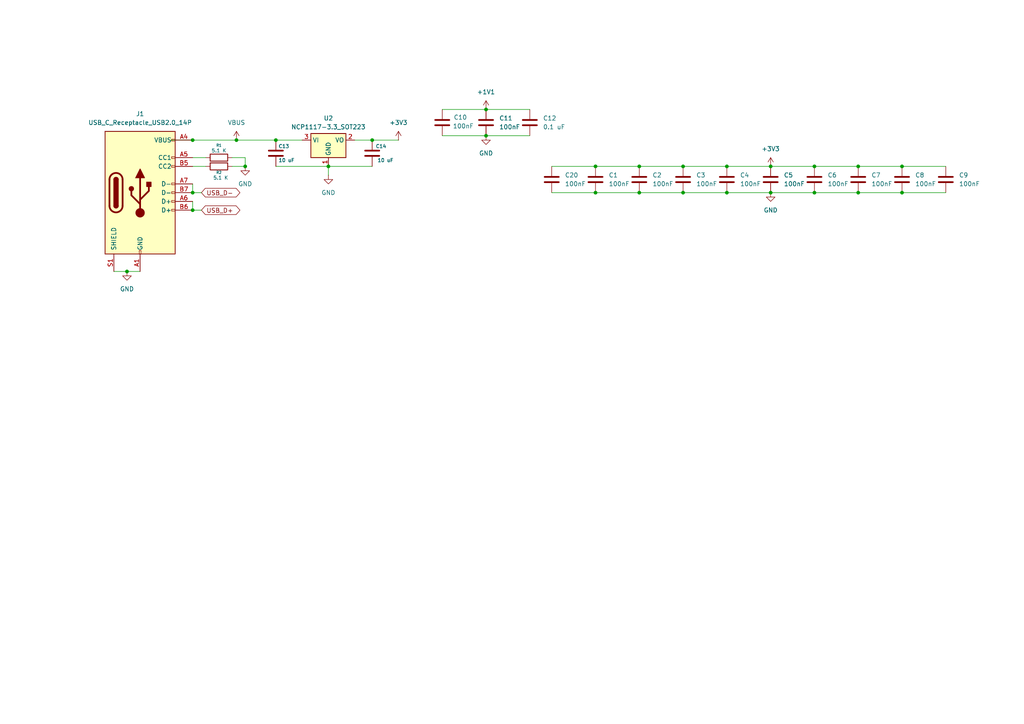
<source format=kicad_sch>
(kicad_sch (version 20250114) (generator "eeschema") (generator_version "9.0")
  (paper "A4")
  (lib_symbols
    (symbol "Connector:USB_C_Receptacle_USB2.0_14P" (pin_names (offset 1.016))
      (property "Reference" "J" (at 0 22.225 0))
      (property "Value" "USB_C_Receptacle_USB2.0_14P" (at 0 19.685 0))
      (symbol "USB_C_Receptacle_USB2.0_14P_0_0"
        (rectangle (start -0.254 -17.78) (end 0.254 -16.764))
        (rectangle (start 10.16 15.494) (end 9.144 14.986))
        (rectangle (start 10.16 10.414) (end 9.144 9.906))
        (rectangle (start 10.16 7.874) (end 9.144 7.366))
        (rectangle (start 10.16 2.794) (end 9.144 2.286))
        (rectangle (start 10.16 0.254) (end 9.144 -0.254))
        (rectangle (start 10.16 -2.286) (end 9.144 -2.794))
        (rectangle (start 10.16 -4.826) (end 9.144 -5.334))
      )
      (symbol "USB_C_Receptacle_USB2.0_14P_0_1"
        (rectangle (start -10.16 17.78) (end 10.16 -17.78) (stroke (width 0.254)) (fill (type background)))
        (polyline (pts (xy -8.89 -3.81) (xy -8.89 3.81)) (stroke (width 0.508)))
        (rectangle (start -7.62 -3.81) (end -6.35 3.81) (stroke (width 0.254)) (fill (type outline)))
        (arc (start -7.62 3.81) (mid -6.985 4.4423) (end -6.35 3.81) (stroke (width 0.254)))
        (arc (start -7.62 3.81) (mid -6.985 4.4423) (end -6.35 3.81) (stroke (width 0.254)) (fill (type outline)))
        (arc (start -8.89 3.81) (mid -6.985 5.7067) (end -5.08 3.81) (stroke (width 0.508)))
        (arc (start -5.08 -3.81) (mid -6.985 -5.7067) (end -8.89 -3.81) (stroke (width 0.508)))
        (arc (start -6.35 -3.81) (mid -6.985 -4.4423) (end -7.62 -3.81) (stroke (width 0.254)))
        (arc (start -6.35 -3.81) (mid -6.985 -4.4423) (end -7.62 -3.81) (stroke (width 0.254)) (fill (type outline)))
        (polyline (pts (xy -5.08 3.81) (xy -5.08 -3.81)) (stroke (width 0.508)))
        (circle (center -2.54 1.143) (radius 0.635) (stroke (width 0.254)) (fill (type outline)))
        (polyline (pts (xy -1.27 4.318) (xy 0 6.858) (xy 1.27 4.318) (xy -1.27 4.318)) (stroke (width 0.254)) (fill (type outline)))
        (polyline (pts (xy 0 -2.032) (xy 2.54 0.508) (xy 2.54 1.778)) (stroke (width 0.508)))
        (polyline (pts (xy 0 -3.302) (xy -2.54 -0.762) (xy -2.54 0.508)) (stroke (width 0.508)))
        (polyline (pts (xy 0 -5.842) (xy 0 4.318)) (stroke (width 0.508)))
        (circle (center 0 -5.842) (radius 1.27) (fill (type outline)))
        (rectangle (start 1.905 1.778) (end 3.175 3.048) (stroke (width 0.254)) (fill (type outline)))
      )
      (symbol "USB_C_Receptacle_USB2.0_14P_1_1"
        (pin passive line (at -7.62 -22.86 90) (length 5.08) (name "SHIELD") (number "S1"))
        (pin passive line (at 0 -22.86 90) (length 5.08) (name "GND") (number "A1"))
        (pin passive line (at 0 -22.86 90) (length 5.08) (hide yes) (name "GND") (number "A12"))
        (pin passive line (at 0 -22.86 90) (length 5.08) (hide yes) (name "GND") (number "B1"))
        (pin passive line (at 0 -22.86 90) (length 5.08) (hide yes) (name "GND") (number "B12"))
        (pin passive line (at 15.24 15.24 180) (length 5.08) (name "VBUS") (number "A4"))
        (pin passive line (at 15.24 15.24 180) (length 5.08) (hide yes) (name "VBUS") (number "A9"))
        (pin passive line (at 15.24 15.24 180) (length 5.08) (hide yes) (name "VBUS") (number "B4"))
        (pin passive line (at 15.24 15.24 180) (length 5.08) (hide yes) (name "VBUS") (number "B9"))
        (pin bidirectional line (at 15.24 10.16 180) (length 5.08) (name "CC1") (number "A5"))
        (pin bidirectional line (at 15.24 7.62 180) (length 5.08) (name "CC2") (number "B5"))
        (pin bidirectional line (at 15.24 2.54 180) (length 5.08) (name "D-") (number "A7"))
        (pin bidirectional line (at 15.24 0 180) (length 5.08) (name "D-") (number "B7"))
        (pin bidirectional line (at 15.24 -2.54 180) (length 5.08) (name "D+") (number "A6"))
        (pin bidirectional line (at 15.24 -5.08 180) (length 5.08) (name "D+") (number "B6"))
      )
    )
    (symbol "Device:C" (pin_numbers (hide yes)) (pin_names (offset 0.254))
      (property "Reference" "C" (at 0.635 2.54 0))
      (property "Value" "C" (at 0.635 -2.54 0))
      (symbol "C_0_1"
        (polyline (pts (xy -2.032 0.762) (xy 2.032 0.762)) (stroke (width 0.508)))
        (polyline (pts (xy -2.032 -0.762) (xy 2.032 -0.762)) (stroke (width 0.508)))
      )
      (symbol "C_1_1"
        (pin passive line (at 0 3.81 270) (length 2.794) (name "~") (number "1"))
        (pin passive line (at 0 -3.81 90) (length 2.794) (name "~") (number "2"))
      )
    )
    (symbol "Device:R" (pin_numbers (hide yes)) (pin_names (offset 0))
      (property "Reference" "R" (at 2.032 0 90))
      (property "Value" "R" (at 0 0 90))
      (symbol "R_0_1"
        (rectangle (start -1.016 -2.54) (end 1.016 2.54) (stroke (width 0.254)))
      )
      (symbol "R_1_1"
        (pin passive line (at 0 3.81 270) (length 1.27) (name "~") (number "1"))
        (pin passive line (at 0 -3.81 90) (length 1.27) (name "~") (number "2"))
      )
    )
    (symbol "Regulator_Linear:NCP1117-3.3_SOT223"
      (property "Reference" "U" (at -3.81 3.175 0))
      (property "Value" "NCP1117-3.3_SOT223" (at 0 3.175 0))
      (symbol "NCP1117-3.3_SOT223_0_1"
        (rectangle (start -5.08 -5.08) (end 5.08 1.905) (stroke (width 0.254)) (fill (type background)))
      )
      (symbol "NCP1117-3.3_SOT223_1_1"
        (pin power_in line (at -7.62 0 0) (length 2.54) (name "VI") (number "3"))
        (pin power_in line (at 0 -7.62 90) (length 2.54) (name "GND") (number "1"))
        (pin power_out line (at 7.62 0 180) (length 2.54) (name "VO") (number "2"))
      )
    )
    (symbol "power:+1V1" (power) (pin_numbers (hide yes)) (pin_names (offset 0) (hide yes))
      (property "Value" "+1V1" (at 0 3.556 0))
      (symbol "+1V1_0_1"
        (polyline (pts (xy -0.762 1.27) (xy 0 2.54)))
        (polyline (pts (xy 0 2.54) (xy 0.762 1.27)))
        (polyline (pts (xy 0 0) (xy 0 2.54)))
      )
      (symbol "+1V1_1_1"
        (pin power_in line (at 0 0 90) (length 0) (name "~") (number "1"))
      )
    )
    (symbol "power:+3V3" (power) (pin_numbers (hide yes)) (pin_names (offset 0) (hide yes))
      (property "Value" "+3V3" (at 0 3.556 0))
      (symbol "+3V3_0_1"
        (polyline (pts (xy -0.762 1.27) (xy 0 2.54)))
        (polyline (pts (xy 0 2.54) (xy 0.762 1.27)))
        (polyline (pts (xy 0 0) (xy 0 2.54)))
      )
      (symbol "+3V3_1_1"
        (pin power_in line (at 0 0 90) (length 0) (name "~") (number "1"))
      )
    )
    (symbol "power:GND" (power) (pin_numbers (hide yes)) (pin_names (offset 0) (hide yes))
      (property "Value" "GND" (at 0 -3.81 0))
      (symbol "GND_0_1"
        (polyline (pts (xy 0 0) (xy 0 -1.27) (xy 1.27 -1.27) (xy 0 -2.54) (xy -1.27 -1.27) (xy 0 -1.27)))
      )
      (symbol "GND_1_1"
        (pin power_in line (at 0 0 270) (length 0) (name "~") (number "1"))
      )
    )
    (symbol "power:VBUS" (power) (pin_numbers (hide yes)) (pin_names (offset 0) (hide yes))
      (property "Value" "VBUS" (at 0 3.556 0))
      (symbol "VBUS_0_1"
        (polyline (pts (xy -0.762 1.27) (xy 0 2.54)))
        (polyline (pts (xy 0 2.54) (xy 0.762 1.27)))
        (polyline (pts (xy 0 0) (xy 0 2.54)))
      )
      (symbol "VBUS_1_1"
        (pin power_in line (at 0 0 90) (length 0) (name "~") (number "1"))
      )
    )
  )
  (junction (at 140.97 31.75))
  (junction (at 248.92 55.88))
  (junction (at 210.82 55.88))
  (junction (at 261.62 48.26))
  (junction (at 68.58 40.64))
  (junction (at 55.88 60.96))
  (junction (at 71.12 48.26))
  (junction (at 55.88 40.64))
  (junction (at 140.97 39.37))
  (junction (at 223.52 55.88))
  (junction (at 198.12 55.88))
  (junction (at 261.62 55.88))
  (junction (at 55.88 55.88))
  (junction (at 210.82 48.26))
  (junction (at 236.22 55.88))
  (junction (at 172.72 55.88))
  (junction (at 236.22 48.26))
  (junction (at 172.72 48.26))
  (junction (at 95.25 48.26))
  (junction (at 80.01 40.64))
  (junction (at 248.92 48.26))
  (junction (at 107.95 40.64))
  (junction (at 185.42 48.26))
  (junction (at 185.42 55.88))
  (junction (at 198.12 48.26))
  (junction (at 36.83 78.74))
  (junction (at 223.52 48.26))
  (wire (pts (xy 55.88 48.26) (xy 59.69 48.26)))
  (wire (pts (xy 68.58 40.64) (xy 80.01 40.64)))
  (wire (pts (xy 67.31 48.26) (xy 71.12 48.26)))
  (wire (pts (xy 71.12 45.72) (xy 71.12 48.26)))
  (wire (pts (xy 261.62 48.26) (xy 274.32 48.26)))
  (wire (pts (xy 223.52 48.26) (xy 236.22 48.26)))
  (wire (pts (xy 236.22 55.88) (xy 248.92 55.88)))
  (wire (pts (xy 160.02 48.26) (xy 172.72 48.26)))
  (wire (pts (xy 198.12 55.88) (xy 210.82 55.88)))
  (wire (pts (xy 185.42 55.88) (xy 198.12 55.88)))
  (wire (pts (xy 185.42 48.26) (xy 198.12 48.26)))
  (wire (pts (xy 223.52 55.88) (xy 236.22 55.88)))
  (wire (pts (xy 261.62 55.88) (xy 274.32 55.88)))
  (wire (pts (xy 80.01 48.26) (xy 95.25 48.26)))
  (wire (pts (xy 55.88 40.64) (xy 68.58 40.64)))
  (wire (pts (xy 55.88 60.96) (xy 58.42 60.96)))
  (wire (pts (xy 210.82 48.26) (xy 223.52 48.26)))
  (wire (pts (xy 128.27 39.37) (xy 140.97 39.37)))
  (wire (pts (xy 55.88 55.88) (xy 58.42 55.88)))
  (wire (pts (xy 140.97 39.37) (xy 153.67 39.37)))
  (wire (pts (xy 49.53 40.64) (xy 55.88 40.64)))
  (wire (pts (xy 160.02 55.88) (xy 172.72 55.88)))
  (wire (pts (xy 172.72 55.88) (xy 185.42 55.88)))
  (wire (pts (xy 248.92 48.26) (xy 261.62 48.26)))
  (wire (pts (xy 140.97 31.75) (xy 153.67 31.75)))
  (wire (pts (xy 55.88 53.34) (xy 55.88 55.88)))
  (wire (pts (xy 95.25 50.8) (xy 95.25 48.26)))
  (wire (pts (xy 198.12 48.26) (xy 210.82 48.26)))
  (wire (pts (xy 248.92 55.88) (xy 261.62 55.88)))
  (wire (pts (xy 80.01 40.64) (xy 87.63 40.64)))
  (wire (pts (xy 236.22 48.26) (xy 248.92 48.26)))
  (wire (pts (xy 36.83 78.74) (xy 40.64 78.74)))
  (wire (pts (xy 55.88 45.72) (xy 59.69 45.72)))
  (wire (pts (xy 107.95 40.64) (xy 115.57 40.64)))
  (wire (pts (xy 55.88 58.42) (xy 55.88 60.96)))
  (wire (pts (xy 172.72 48.26) (xy 185.42 48.26)))
  (wire (pts (xy 67.31 45.72) (xy 71.12 45.72)))
  (wire (pts (xy 33.02 78.74) (xy 36.83 78.74)))
  (wire (pts (xy 210.82 55.88) (xy 223.52 55.88)))
  (wire (pts (xy 128.27 31.75) (xy 140.97 31.75)))
  (wire (pts (xy 95.25 48.26) (xy 107.95 48.26)))
  (wire (pts (xy 102.87 40.64) (xy 107.95 40.64)))
  (global_label "USB_D+" (shape bidirectional) (at 58.42 60.96 0) (property "Intersheetrefs" "${INTERSHEET_REFS}" (effects (hide yes))))
  (global_label "USB_D-" (shape bidirectional) (at 58.42 55.88 0) (property "Intersheetrefs" "${INTERSHEET_REFS}" (effects (hide yes))))
  (symbol (lib_id "power:GND") (at 71.12 48.26 0) (unit 1)
    (property "Reference" "#PWR09" (effects (hide yes)))
    (property "Value" "GND" (at 71.12 53.34 0))
    (property "Description" "Power symbol creates a global label with name \"GND\" , ground" (effects (hide yes)))
  )
  (symbol (lib_id "Device:R") (at 63.5 45.72 90) (unit 1)
    (property "Reference" "R1" (at 63.5 42.164 90) (effects (font (size 0.762 0.762))))
    (property "Value" "5.1 K" (at 63.5 43.688 90) (effects (font (size 1.016 1.016))))
    (property "Footprint" "Resistor_SMD:R_0402_1005Metric" (effects (hide yes)))
    (property "Description" "Resistor" (effects (hide yes)))
  )
  (symbol (lib_id "Device:C") (at 274.32 52.07 0) (unit 1)
    (property "Reference" "C9" (at 278.13 50.7999 0) (effects (justify left)))
    (property "Value" "100nF" (at 278.13 53.3399 0) (effects (justify left)))
    (property "Footprint" "Capacitor_SMD:C_0402_1005Metric" (effects (hide yes)))
    (property "Description" "Unpolarized capacitor" (effects (hide yes)))
  )
  (symbol (lib_id "Device:C") (at 128.27 35.56 0) (unit 1)
    (property "Reference" "C10" (at 131.572 34.036 0) (effects (justify left)))
    (property "Value" "100nF" (at 131.318 36.576 0) (effects (justify left)))
    (property "Footprint" "Capacitor_SMD:C_0402_1005Metric" (effects (hide yes)))
    (property "Description" "Unpolarized capacitor" (effects (hide yes)))
  )
  (symbol (lib_id "power:GND") (at 95.25 50.8 0) (unit 1)
    (property "Reference" "#PWR010" (effects (hide yes)))
    (property "Value" "GND" (at 95.25 55.88 0))
    (property "Description" "Power symbol creates a global label with name \"GND\" , ground" (effects (hide yes)))
  )
  (symbol (lib_id "power:+3V3") (at 223.52 48.26 0) (unit 1)
    (property "Reference" "#PWR03" (effects (hide yes)))
    (property "Value" "+3V3" (at 223.52 43.18 0))
    (property "Description" "Power symbol creates a global label with name \"+3V3\"" (effects (hide yes)))
  )
  (symbol (lib_id "Device:C") (at 210.82 52.07 0) (unit 1)
    (property "Reference" "C4" (at 214.63 50.7999 0) (effects (justify left)))
    (property "Value" "100nF" (at 214.63 53.3399 0) (effects (justify left)))
    (property "Footprint" "Capacitor_SMD:C_0402_1005Metric" (effects (hide yes)))
    (property "Description" "Unpolarized capacitor" (effects (hide yes)))
  )
  (symbol (lib_id "Device:C") (at 185.42 52.07 0) (unit 1)
    (property "Reference" "C2" (at 189.23 50.7999 0) (effects (justify left)))
    (property "Value" "100nF" (at 189.23 53.3399 0) (effects (justify left)))
    (property "Footprint" "Capacitor_SMD:C_0402_1005Metric" (effects (hide yes)))
    (property "Description" "Unpolarized capacitor" (effects (hide yes)))
  )
  (symbol (lib_id "Connector:USB_C_Receptacle_USB2.0_14P") (at 40.64 55.88 0) (unit 1)
    (property "Reference" "J1" (at 40.64 33.02 0))
    (property "Value" "USB_C_Receptacle_USB2.0_14P" (at 40.64 35.56 0))
    (property "Footprint" "Connector_USB:USB_C_Receptacle_HRO_TYPE-C-31-M-12" (effects (hide yes)))
    (property "Datasheet" "https://www.usb.org/sites/default/files/documents/usb_type-c.zip" (effects (hide yes)))
    (property "Description" "USB 2.0-only 14P Type-C Receptacle connector" (effects (hide yes)))
  )
  (symbol (lib_id "power:VBUS") (at 68.58 40.64 0) (unit 1)
    (property "Reference" "#PWR011" (effects (hide yes)))
    (property "Value" "VBUS" (at 68.58 35.56 0))
    (property "Description" "Power symbol creates a global label with name \"VBUS\"" (effects (hide yes)))
  )
  (symbol (lib_id "Device:C") (at 160.02 52.07 0) (unit 1)
    (property "Reference" "C20" (at 163.83 50.7999 0) (effects (justify left)))
    (property "Value" "100nF" (at 163.83 53.3399 0) (effects (justify left)))
    (property "Footprint" "Capacitor_SMD:C_0402_1005Metric" (effects (hide yes)))
    (property "Description" "Unpolarized capacitor" (effects (hide yes)))
  )
  (symbol (lib_id "power:+3V3") (at 115.57 40.64 0) (unit 1)
    (property "Reference" "#PWR012" (effects (hide yes)))
    (property "Value" "+3V3" (at 115.57 35.56 0))
    (property "Description" "Power symbol creates a global label with name \"+3V3\"" (effects (hide yes)))
  )
  (symbol (lib_id "Device:C") (at 172.72 52.07 0) (unit 1)
    (property "Reference" "C1" (at 176.53 50.7999 0) (effects (justify left)))
    (property "Value" "100nF" (at 176.53 53.3399 0) (effects (justify left)))
    (property "Footprint" "Capacitor_SMD:C_0402_1005Metric" (effects (hide yes)))
    (property "Description" "Unpolarized capacitor" (effects (hide yes)))
  )
  (symbol (lib_id "Device:C") (at 198.12 52.07 0) (unit 1)
    (property "Reference" "C3" (at 201.93 50.7999 0) (effects (justify left)))
    (property "Value" "100nF" (at 201.93 53.3399 0) (effects (justify left)))
    (property "Footprint" "Capacitor_SMD:C_0402_1005Metric" (effects (hide yes)))
    (property "Description" "Unpolarized capacitor" (effects (hide yes)))
  )
  (symbol (lib_id "Regulator_Linear:NCP1117-3.3_SOT223") (at 95.25 40.64 0) (unit 1)
    (property "Reference" "U2" (at 95.25 34.29 0))
    (property "Value" "NCP1117-3.3_SOT223" (at 95.25 36.83 0))
    (property "Footprint" "Package_TO_SOT_SMD:SOT-223-3_TabPin2" (effects (hide yes)))
    (property "Datasheet" "http://www.onsemi.com/pub_link/Collateral/NCP1117-D.PDF" (effects (hide yes)))
    (property "Description" "1A Low drop-out regulator, Fixed Output 3.3V, SOT-223" (effects (hide yes)))
  )
  (symbol (lib_id "Device:R") (at 63.5 48.26 90) (unit 1)
    (property "Reference" "R2" (at 63.5 50.038 90) (effects (font (size 0.762 0.762))))
    (property "Value" "5.1 K" (at 64.008 51.562 90) (effects (font (size 1.016 1.016))))
    (property "Footprint" "Resistor_SMD:R_0402_1005Metric" (effects (hide yes)))
    (property "Description" "Resistor" (effects (hide yes)))
  )
  (symbol (lib_id "Device:C") (at 261.62 52.07 0) (unit 1)
    (property "Reference" "C8" (at 265.43 50.7999 0) (effects (justify left)))
    (property "Value" "100nF" (at 265.43 53.3399 0) (effects (justify left)))
    (property "Footprint" "Capacitor_SMD:C_0402_1005Metric" (effects (hide yes)))
    (property "Description" "Unpolarized capacitor" (effects (hide yes)))
  )
  (symbol (lib_id "power:GND") (at 140.97 39.37 0) (unit 1)
    (property "Reference" "#PWR05" (effects (hide yes)))
    (property "Value" "GND" (at 140.97 44.45 0))
    (property "Description" "Power symbol creates a global label with name \"GND\" , ground" (effects (hide yes)))
  )
  (symbol (lib_id "Device:C") (at 248.92 52.07 0) (unit 1)
    (property "Reference" "C7" (at 252.73 50.7999 0) (effects (justify left)))
    (property "Value" "100nF" (at 252.73 53.3399 0) (effects (justify left)))
    (property "Footprint" "Capacitor_SMD:C_0402_1005Metric" (effects (hide yes)))
    (property "Description" "Unpolarized capacitor" (effects (hide yes)))
  )
  (symbol (lib_id "Device:C") (at 236.22 52.07 0) (unit 1)
    (property "Reference" "C6" (at 240.03 50.7999 0) (effects (justify left)))
    (property "Value" "100nF" (at 240.03 53.3399 0) (effects (justify left)))
    (property "Footprint" "Capacitor_SMD:C_0402_1005Metric" (effects (hide yes)))
    (property "Description" "Unpolarized capacitor" (effects (hide yes)))
  )
  (symbol (lib_id "power:GND") (at 36.83 78.74 0) (unit 1)
    (property "Reference" "#PWR08" (effects (hide yes)))
    (property "Value" "GND" (at 36.83 83.82 0))
    (property "Description" "Power symbol creates a global label with name \"GND\" , ground" (effects (hide yes)))
  )
  (symbol (lib_id "power:+1V1") (at 140.97 31.75 0) (unit 1)
    (property "Reference" "#PWR06" (effects (hide yes)))
    (property "Value" "+1V1" (at 140.97 26.67 0))
    (property "Description" "Power symbol creates a global label with name \"+1V1\"" (effects (hide yes)))
  )
  (symbol (lib_id "Device:C") (at 153.67 35.56 0) (unit 1)
    (property "Reference" "C12" (at 157.48 34.2899 0) (effects (justify left)))
    (property "Value" "0.1 uF" (at 157.48 36.8299 0) (effects (justify left)))
    (property "Footprint" "Capacitor_SMD:C_0402_1005Metric" (effects (hide yes)))
    (property "Description" "Unpolarized capacitor" (effects (hide yes)))
  )
  (symbol (lib_id "Device:C") (at 223.52 52.07 0) (unit 1)
    (property "Reference" "C5" (at 227.33 50.7999 0) (effects (justify left)))
    (property "Value" "100nF" (at 227.33 53.3399 0) (effects (justify left)))
    (property "Footprint" "Capacitor_SMD:C_0402_1005Metric" (effects (hide yes)))
    (property "Description" "Unpolarized capacitor" (effects (hide yes)))
  )
  (symbol (lib_id "power:GND") (at 223.52 55.88 0) (unit 1)
    (property "Reference" "#PWR04" (effects (hide yes)))
    (property "Value" "GND" (at 223.52 60.96 0))
    (property "Description" "Power symbol creates a global label with name \"GND\" , ground" (effects (hide yes)))
  )
  (symbol (lib_id "Device:C") (at 140.97 35.56 0) (unit 1)
    (property "Reference" "C11" (at 144.78 34.2899 0) (effects (justify left)))
    (property "Value" "100nF" (at 144.78 36.8299 0) (effects (justify left)))
    (property "Footprint" "Capacitor_SMD:C_0402_1005Metric" (effects (hide yes)))
    (property "Description" "Unpolarized capacitor" (effects (hide yes)))
  )
  (symbol (lib_id "Device:C") (at 80.01 44.45 0) (unit 1)
    (property "Reference" "C13" (at 80.772 42.418 0) (effects (font (size 1.016 1.016)) (justify left)))
    (property "Value" "10 uF" (at 80.772 46.482 0) (effects (font (size 1.016 1.016)) (justify left)))
    (property "Footprint" "Capacitor_SMD:C_0402_1005Metric" (effects (hide yes)))
    (property "Description" "Unpolarized capacitor" (effects (hide yes)))
  )
  (symbol (lib_id "Device:C") (at 107.95 44.45 0) (unit 1)
    (property "Reference" "C14" (at 108.966 42.418 0) (effects (font (size 1.016 1.016)) (justify left)))
    (property "Value" "10 uF" (at 109.474 46.482 0) (effects (font (size 1.016 1.016)) (justify left)))
    (property "Footprint" "Capacitor_SMD:C_0402_1005Metric" (effects (hide yes)))
    (property "Description" "Unpolarized capacitor" (effects (hide yes)))
  )
)
</source>
